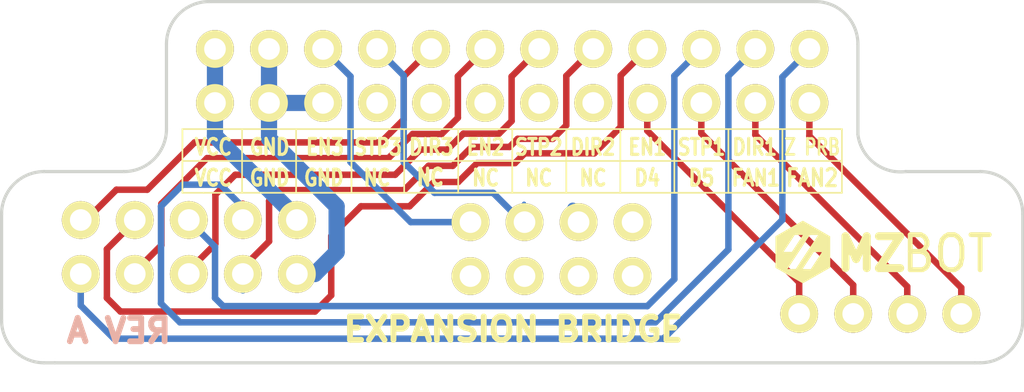
<source format=kicad_pcb>
(kicad_pcb (version 4) (host pcbnew 4.0.2-stable)

  (general
    (links 19)
    (no_connects 0)
    (area 129.924999 112.924999 178.075001 130.075001)
    (thickness 1.6)
    (drawings 68)
    (tracks 186)
    (zones 0)
    (modules 5)
    (nets 28)
  )

  (page A4)
  (layers
    (0 F.Cu signal)
    (31 B.Cu signal)
    (32 B.Adhes user)
    (33 F.Adhes user)
    (34 B.Paste user)
    (35 F.Paste user)
    (36 B.SilkS user)
    (37 F.SilkS user)
    (38 B.Mask user)
    (39 F.Mask user)
    (40 Dwgs.User user)
    (41 Cmts.User user)
    (42 Eco1.User user)
    (43 Eco2.User user)
    (44 Edge.Cuts user)
    (45 Margin user)
    (46 B.CrtYd user hide)
    (47 F.CrtYd user hide)
    (48 B.Fab user hide)
    (49 F.Fab user hide)
  )

  (setup
    (last_trace_width 0.3048)
    (trace_clearance 0.0508)
    (zone_clearance 0.762)
    (zone_45_only no)
    (trace_min 0.2)
    (segment_width 0.08)
    (edge_width 0.15)
    (via_size 0.6)
    (via_drill 0.4)
    (via_min_size 0.4)
    (via_min_drill 0.3)
    (uvia_size 0.3)
    (uvia_drill 0.1)
    (uvias_allowed no)
    (uvia_min_size 0.2)
    (uvia_min_drill 0.1)
    (pcb_text_width 0.3)
    (pcb_text_size 1.5 1.5)
    (mod_edge_width 0.15)
    (mod_text_size 1 1)
    (mod_text_width 0.15)
    (pad_size 5.7 5.7)
    (pad_drill 3.2)
    (pad_to_mask_clearance 0.2)
    (aux_axis_origin 130 130)
    (visible_elements 7FFEFE7F)
    (pcbplotparams
      (layerselection 0x010f0_80000001)
      (usegerberextensions false)
      (excludeedgelayer true)
      (linewidth 0.100000)
      (plotframeref false)
      (viasonmask false)
      (mode 1)
      (useauxorigin false)
      (hpglpennumber 1)
      (hpglpenspeed 20)
      (hpglpendiameter 15)
      (hpglpenoverlay 2)
      (psnegative false)
      (psa4output false)
      (plotreference true)
      (plotvalue false)
      (plotinvisibletext false)
      (padsonsilk false)
      (subtractmaskfromsilk false)
      (outputformat 1)
      (mirror false)
      (drillshape 0)
      (scaleselection 1)
      (outputdirectory ""))
  )

  (net 0 "")
  (net 1 GND)
  (net 2 VCC)
  (net 3 D5)
  (net 4 D4)
  (net 5 "FAN2(D6)")
  (net 6 "FAN1(D11)")
  (net 7 "STEP_3(A3/D57)")
  (net 8 "EN_3(A4/D58)")
  (net 9 "DIR_1(A5/D59)")
  (net 10 "DIR_2(A9/D63)")
  (net 11 "STEP_1(A10/D64)")
  (net 12 "STEP_2(D48)")
  (net 13 "EN_1(D44)")
  (net 14 "EN_2(D42)")
  (net 15 "DIR_3(A12/D66)")
  (net 16 "Z_PROBE(A11/D65)")
  (net 17 "Net-(J2-Pad6)")
  (net 18 "Net-(J2-Pad8)")
  (net 19 "Net-(J4-Pad13)")
  (net 20 "Net-(J4-Pad15)")
  (net 21 "Net-(J4-Pad9)")
  (net 22 "Net-(J4-Pad11)")
  (net 23 "Net-(J4-Pad7)")
  (net 24 "Net-(J2-Pad2)")
  (net 25 "Net-(J2-Pad1)")
  (net 26 "Net-(J2-Pad4)")
  (net 27 "Net-(J2-Pad3)")

  (net_class Default "This is the default net class."
    (clearance 0.0508)
    (trace_width 0.3048)
    (via_dia 0.6)
    (via_drill 0.4)
    (uvia_dia 0.3)
    (uvia_drill 0.1)
    (add_net D4)
    (add_net D5)
    (add_net "DIR_1(A5/D59)")
    (add_net "DIR_2(A9/D63)")
    (add_net "DIR_3(A12/D66)")
    (add_net "EN_1(D44)")
    (add_net "EN_2(D42)")
    (add_net "EN_3(A4/D58)")
    (add_net "FAN1(D11)")
    (add_net "FAN2(D6)")
    (add_net "Net-(J2-Pad1)")
    (add_net "Net-(J2-Pad2)")
    (add_net "Net-(J2-Pad3)")
    (add_net "Net-(J2-Pad4)")
    (add_net "Net-(J2-Pad6)")
    (add_net "Net-(J2-Pad8)")
    (add_net "Net-(J4-Pad11)")
    (add_net "Net-(J4-Pad13)")
    (add_net "Net-(J4-Pad15)")
    (add_net "Net-(J4-Pad7)")
    (add_net "Net-(J4-Pad9)")
    (add_net "STEP_1(A10/D64)")
    (add_net "STEP_2(D48)")
    (add_net "STEP_3(A3/D57)")
    (add_net "Z_PROBE(A11/D65)")
  )

  (net_class FAN ""
    (clearance 0.127)
    (trace_width 0.381)
    (via_dia 0.6)
    (via_drill 0.4)
    (uvia_dia 0.3)
    (uvia_drill 0.1)
  )

  (net_class Motor ""
    (clearance 0.2)
    (trace_width 1.27)
    (via_dia 0.6)
    (via_drill 0.4)
    (uvia_dia 0.3)
    (uvia_drill 0.1)
  )

  (net_class Power ""
    (clearance 0.2032)
    (trace_width 0.762)
    (via_dia 0.6)
    (via_drill 0.4)
    (uvia_dia 0.3)
    (uvia_drill 0.1)
    (add_net GND)
    (add_net VCC)
  )

  (module MZBOT:LOGO_small (layer F.Cu) (tedit 0) (tstamp 5A393A88)
    (at 167.66058 124.78538)
    (fp_text reference G*** (at 0 0) (layer F.SilkS) hide
      (effects (font (thickness 0.3)))
    )
    (fp_text value LOGO (at 0.75 0) (layer F.SilkS) hide
      (effects (font (thickness 0.3)))
    )
    (fp_poly (pts (xy 0.011887 -1.460649) (xy 0.042034 -1.444428) (xy 0.088721 -1.418582) (xy 0.150224 -1.384087)
      (xy 0.224822 -1.341915) (xy 0.310795 -1.293042) (xy 0.40642 -1.238441) (xy 0.509975 -1.179085)
      (xy 0.619739 -1.11595) (xy 0.646885 -1.100303) (xy 1.281545 -0.734332) (xy 1.281545 0.734553)
      (xy 0.646875 1.100413) (xy 0.535799 1.164303) (xy 0.430448 1.224628) (xy 0.332553 1.280414)
      (xy 0.243843 1.33069) (xy 0.166049 1.374481) (xy 0.100901 1.410815) (xy 0.050128 1.438719)
      (xy 0.015461 1.457219) (xy -0.001369 1.465344) (xy -0.002557 1.465642) (xy -0.014894 1.459896)
      (xy -0.045468 1.443536) (xy -0.092546 1.417542) (xy -0.154394 1.382894) (xy -0.229281 1.340572)
      (xy -0.315474 1.291557) (xy -0.411239 1.236827) (xy -0.514845 1.177364) (xy -0.624558 1.114147)
      (xy -0.649432 1.099781) (xy -1.153142 0.80874) (xy -0.730385 0.80874) (xy -0.530295 0.805574)
      (xy -0.330204 0.802409) (xy -0.327552 0.798381) (xy -0.009622 0.798381) (xy -0.00001 0.801594)
      (xy 0.029036 0.804364) (xy 0.073862 0.806506) (xy 0.130813 0.807833) (xy 0.182387 0.808182)
      (xy 0.378243 0.808182) (xy 0.639394 0.411829) (xy 0.695684 0.326215) (xy 0.747809 0.246584)
      (xy 0.794437 0.174996) (xy 0.834237 0.113513) (xy 0.865875 0.064197) (xy 0.88802 0.02911)
      (xy 0.899338 0.010314) (xy 0.900545 0.007738) (xy 0.88963 0.005187) (xy 0.859401 0.003005)
      (xy 0.813635 0.00134) (xy 0.756109 0.000341) (xy 0.707159 0.000118) (xy 0.513772 0.000236)
      (xy 0.254 0.394408) (xy 0.197719 0.479901) (xy 0.145446 0.559487) (xy 0.09854 0.631082)
      (xy 0.058363 0.692602) (xy 0.026273 0.741963) (xy 0.003629 0.777082) (xy -0.008207 0.795875)
      (xy -0.009622 0.798381) (xy -0.327552 0.798381) (xy 0.198125 0) (xy 0.726455 -0.802409)
      (xy 0.534224 -0.805585) (xy 0.457219 -0.80636) (xy 0.400652 -0.805678) (xy 0.361907 -0.803393)
      (xy 0.338368 -0.799357) (xy 0.327955 -0.794039) (xy 0.319545 -0.782286) (xy 0.299449 -0.752714)
      (xy 0.268655 -0.70681) (xy 0.228148 -0.646061) (xy 0.178913 -0.571952) (xy 0.121936 -0.485969)
      (xy 0.058202 -0.389599) (xy -0.011303 -0.284327) (xy -0.085593 -0.171641) (xy -0.163683 -0.053026)
      (xy -0.190966 -0.011546) (xy -0.270273 0.109055) (xy -0.34618 0.224486) (xy -0.417692 0.333233)
      (xy -0.483812 0.433782) (xy -0.543545 0.524617) (xy -0.595895 0.604225) (xy -0.639866 0.671092)
      (xy -0.674463 0.723702) (xy -0.698689 0.760542) (xy -0.711549 0.780097) (xy -0.713118 0.782483)
      (xy -0.730385 0.80874) (xy -1.153142 0.80874) (xy -1.281546 0.734549) (xy -1.281546 0)
      (xy -0.911086 0) (xy -0.712429 -0.000119) (xy -0.513773 -0.000237) (xy -0.254 -0.394409)
      (xy -0.197719 -0.479902) (xy -0.145446 -0.559488) (xy -0.098541 -0.631082) (xy -0.058363 -0.692602)
      (xy -0.026273 -0.741964) (xy -0.00363 -0.777083) (xy 0.008206 -0.795876) (xy 0.009621 -0.798381)
      (xy 0.00001 -0.801595) (xy -0.029035 -0.804366) (xy -0.073859 -0.806508) (xy -0.130805 -0.807834)
      (xy -0.182303 -0.808182) (xy -0.378076 -0.808182) (xy -0.911086 0) (xy -1.281546 0)
      (xy -1.281546 -0.734332) (xy -0.646886 -1.100303) (xy -0.535885 -1.164202) (xy -0.430679 -1.224556)
      (xy -0.332989 -1.28039) (xy -0.244536 -1.330731) (xy -0.167043 -1.374604) (xy -0.102232 -1.411035)
      (xy -0.051823 -1.439051) (xy -0.017538 -1.457678) (xy -0.0011 -1.46594) (xy 0 -1.466273)
      (xy 0.011887 -1.460649)) (layer F.SilkS) (width 0.01))
  )

  (module VORON_V2.0:PIN_SOCKET_BOTTOM_2X5 locked (layer F.Cu) (tedit 5A393794) (tstamp 5A11B9FC)
    (at 138.8 124.55 180)
    (path /59B1EFC0)
    (fp_text reference J3 (at -5.043 -3.418 180) (layer F.SilkS) hide
      (effects (font (size 1 1) (thickness 0.15)))
    )
    (fp_text value CONN_02X05 (at 1.27 -3.81 180) (layer F.Fab)
      (effects (font (size 1 1) (thickness 0.15)))
    )
    (pad 1 thru_hole circle (at -5.08 1.27 180) (size 1.778 1.778) (drill 1.016) (layers *.Cu *.Mask F.SilkS)
      (net 2 VCC))
    (pad 2 thru_hole circle (at -5.08 -1.27 180) (size 1.778 1.778) (drill 1.016) (layers *.Cu *.Mask F.SilkS)
      (net 1 GND))
    (pad 3 thru_hole circle (at -2.54 1.27 180) (size 1.778 1.778) (drill 1.016) (layers *.Cu *.Mask F.SilkS)
      (net 9 "DIR_1(A5/D59)"))
    (pad 4 thru_hole circle (at -2.54 -1.27 180) (size 1.778 1.778) (drill 1.016) (layers *.Cu *.Mask F.SilkS)
      (net 10 "DIR_2(A9/D63)"))
    (pad 5 thru_hole circle (at 0 1.27 180) (size 1.778 1.778) (drill 1.016) (layers *.Cu *.Mask F.SilkS)
      (net 11 "STEP_1(A10/D64)"))
    (pad 6 thru_hole circle (at 0 -1.27 180) (size 1.778 1.778) (drill 1.016) (layers *.Cu *.Mask F.SilkS)
      (net 12 "STEP_2(D48)"))
    (pad 7 thru_hole circle (at 2.54 1.27 180) (size 1.778 1.778) (drill 1.016) (layers *.Cu *.Mask F.SilkS)
      (net 13 "EN_1(D44)"))
    (pad 8 thru_hole circle (at 2.54 -1.27 180) (size 1.778 1.778) (drill 1.016) (layers *.Cu *.Mask F.SilkS)
      (net 14 "EN_2(D42)"))
    (pad 9 thru_hole circle (at 5.08 1.27 180) (size 1.778 1.778) (drill 1.016) (layers *.Cu *.Mask F.SilkS)
      (net 15 "DIR_3(A12/D66)"))
    (pad 10 thru_hole circle (at 5.08 -1.27 180) (size 1.778 1.778) (drill 1.016) (layers *.Cu *.Mask F.SilkS)
      (net 16 "Z_PROBE(A11/D65)"))
    (model ../../../../../../Users/cr185092/Documents/KiCAD_Projects/VORON_Expander_Bridge/VORON_V2.0.pretty/3D_Models/PIN_SOCKET_BOTTON_2X5.wrl
      (at (xyz 0 0 0))
      (scale (xyz 1 1 1))
      (rotate (xyz 0 0 0))
    )
  )

  (module VORON_V2.0:PIN_SOCKET_BOTTON_2X4 locked (layer F.Cu) (tedit 5A393858) (tstamp 5A11C9AF)
    (at 155.85 124.65 180)
    (path /59B1EDFA)
    (fp_text reference J2 (at -3.868 -3.064 180) (layer F.SilkS) hide
      (effects (font (size 1 1) (thickness 0.15)))
    )
    (fp_text value CONN_02X04 (at 0 -3.81 180) (layer F.Fab)
      (effects (font (size 1 1) (thickness 0.15)))
    )
    (pad 2 thru_hole circle (at -3.81 -1.27 180) (size 1.778 1.778) (drill 1.016) (layers *.Cu *.Mask F.SilkS)
      (net 24 "Net-(J2-Pad2)"))
    (pad 1 thru_hole circle (at -3.81 1.27 180) (size 1.778 1.778) (drill 1.016) (layers *.Cu *.Mask F.SilkS)
      (net 25 "Net-(J2-Pad1)"))
    (pad 4 thru_hole circle (at -1.27 -1.27 180) (size 1.778 1.778) (drill 1.016) (layers *.Cu *.Mask F.SilkS)
      (net 26 "Net-(J2-Pad4)"))
    (pad 3 thru_hole circle (at -1.27 1.27 180) (size 1.778 1.778) (drill 1.016) (layers *.Cu *.Mask F.SilkS)
      (net 27 "Net-(J2-Pad3)"))
    (pad 5 thru_hole circle (at 1.27 1.27 180) (size 1.778 1.778) (drill 1.016) (layers *.Cu *.Mask F.SilkS)
      (net 7 "STEP_3(A3/D57)"))
    (pad 6 thru_hole circle (at 1.27 -1.27 180) (size 1.778 1.778) (drill 1.016) (layers *.Cu *.Mask F.SilkS)
      (net 17 "Net-(J2-Pad6)"))
    (pad 7 thru_hole circle (at 3.81 1.27 180) (size 1.778 1.778) (drill 1.016) (layers *.Cu *.Mask F.SilkS)
      (net 8 "EN_3(A4/D58)"))
    (pad 8 thru_hole circle (at 3.81 -1.27 180) (size 1.778 1.778) (drill 1.016) (layers *.Cu *.Mask F.SilkS)
      (net 18 "Net-(J2-Pad8)"))
    (model ../../../../../../Users/cr185092/Documents/KiCAD_Projects/VORON_Expander_Bridge/VORON_V2.0.pretty/3D_Models/PIN_SOCKET_BOTTON_2X4.wrl
      (at (xyz 0 0 0))
      (scale (xyz 1 1 1))
      (rotate (xyz 0 0 0))
    )
  )

  (module VORON_V2.0:PIN_SOCKET_BOTTOM_1X4 locked (layer F.Cu) (tedit 5A39387F) (tstamp 5A11D0E2)
    (at 171.3 127.7)
    (path /59B33222)
    (fp_text reference J1 (at -0.05 -1.95) (layer F.SilkS) hide
      (effects (font (size 1 1) (thickness 0.15)))
    )
    (fp_text value " " (at 0 -2.54) (layer F.Fab)
      (effects (font (size 1 1) (thickness 0.15)))
    )
    (pad 2 thru_hole circle (at -1.27 0) (size 1.778 1.778) (drill 1.016) (layers *.Cu *.Mask F.SilkS)
      (net 3 D5))
    (pad 1 thru_hole circle (at -3.81 0) (size 1.778 1.778) (drill 1.016) (layers *.Cu *.Mask F.SilkS)
      (net 4 D4))
    (pad 3 thru_hole circle (at 1.27 0) (size 1.778 1.778) (drill 1.016) (layers *.Cu *.Mask F.SilkS)
      (net 5 "FAN2(D6)"))
    (pad 4 thru_hole circle (at 3.81 0) (size 1.778 1.778) (drill 1.016) (layers *.Cu *.Mask F.SilkS)
      (net 6 "FAN1(D11)"))
    (model ../../../../../../Users/cr185092/Documents/KiCAD_Projects/VORON_Expander_Bridge/VORON_V2.0.pretty/3D_Models/PIN_SOCKET_BOTTON_1X4.wrl
      (at (xyz 0 0 0))
      (scale (xyz 1 1 1))
      (rotate (xyz 0 0 0))
    )
  )

  (module VORON_V2.0:PIN_SOCKET_BOTTON_2X12 (layer F.Cu) (tedit 5A3938BB) (tstamp 5A11DB7C)
    (at 154 116.5)
    (path /5A11DE4E)
    (fp_text reference J4 (at 0.003 2.959) (layer F.SilkS) hide
      (effects (font (size 1 1) (thickness 0.15)))
    )
    (fp_text value CONN_02X12 (at 1.27 -3.81) (layer F.Fab)
      (effects (font (size 1 1) (thickness 0.15)))
    )
    (pad 1 thru_hole circle (at -13.97 1.27) (size 1.778 1.778) (drill 1.016) (layers *.Cu *.Mask F.SilkS)
      (net 2 VCC))
    (pad 2 thru_hole circle (at -13.97 -1.27) (size 1.778 1.778) (drill 1.016) (layers *.Cu *.Mask F.SilkS)
      (net 2 VCC))
    (pad 3 thru_hole circle (at -11.43 1.27) (size 1.778 1.778) (drill 1.016) (layers *.Cu *.Mask F.SilkS)
      (net 1 GND))
    (pad 4 thru_hole circle (at -11.43 -1.27) (size 1.778 1.778) (drill 1.016) (layers *.Cu *.Mask F.SilkS)
      (net 1 GND))
    (pad 5 thru_hole circle (at -8.89 1.27) (size 1.778 1.778) (drill 1.016) (layers *.Cu *.Mask F.SilkS)
      (net 1 GND))
    (pad 6 thru_hole circle (at -8.89 -1.27) (size 1.778 1.778) (drill 1.016) (layers *.Cu *.Mask F.SilkS)
      (net 8 "EN_3(A4/D58)"))
    (pad 7 thru_hole circle (at -6.35 1.27) (size 1.778 1.778) (drill 1.016) (layers *.Cu *.Mask F.SilkS)
      (net 23 "Net-(J4-Pad7)"))
    (pad 8 thru_hole circle (at -6.35 -1.27) (size 1.778 1.778) (drill 1.016) (layers *.Cu *.Mask F.SilkS)
      (net 7 "STEP_3(A3/D57)"))
    (pad 9 thru_hole circle (at -3.81 1.27) (size 1.778 1.778) (drill 1.016) (layers *.Cu *.Mask F.SilkS)
      (net 21 "Net-(J4-Pad9)"))
    (pad 10 thru_hole circle (at -3.81 -1.27) (size 1.778 1.778) (drill 1.016) (layers *.Cu *.Mask F.SilkS)
      (net 15 "DIR_3(A12/D66)"))
    (pad 11 thru_hole circle (at -1.27 1.27) (size 1.778 1.778) (drill 1.016) (layers *.Cu *.Mask F.SilkS)
      (net 22 "Net-(J4-Pad11)"))
    (pad 12 thru_hole circle (at -1.27 -1.27) (size 1.778 1.778) (drill 1.016) (layers *.Cu *.Mask F.SilkS)
      (net 14 "EN_2(D42)"))
    (pad 13 thru_hole circle (at 1.27 1.27) (size 1.778 1.778) (drill 1.016) (layers *.Cu *.Mask F.SilkS)
      (net 19 "Net-(J4-Pad13)"))
    (pad 14 thru_hole circle (at 1.27 -1.27) (size 1.778 1.778) (drill 1.016) (layers *.Cu *.Mask F.SilkS)
      (net 12 "STEP_2(D48)"))
    (pad 15 thru_hole circle (at 3.81 1.27) (size 1.778 1.778) (drill 1.016) (layers *.Cu *.Mask F.SilkS)
      (net 20 "Net-(J4-Pad15)"))
    (pad 16 thru_hole circle (at 3.81 -1.27) (size 1.778 1.778) (drill 1.016) (layers *.Cu *.Mask F.SilkS)
      (net 10 "DIR_2(A9/D63)"))
    (pad 17 thru_hole circle (at 6.35 1.27) (size 1.778 1.778) (drill 1.016) (layers *.Cu *.Mask F.SilkS)
      (net 4 D4))
    (pad 18 thru_hole circle (at 6.35 -1.27) (size 1.778 1.778) (drill 1.016) (layers *.Cu *.Mask F.SilkS)
      (net 13 "EN_1(D44)"))
    (pad 19 thru_hole circle (at 8.89 1.27) (size 1.778 1.778) (drill 1.016) (layers *.Cu *.Mask F.SilkS)
      (net 3 D5))
    (pad 20 thru_hole circle (at 8.89 -1.27) (size 1.778 1.778) (drill 1.016) (layers *.Cu *.Mask F.SilkS)
      (net 11 "STEP_1(A10/D64)"))
    (pad 21 thru_hole circle (at 11.43 1.27) (size 1.778 1.778) (drill 1.016) (layers *.Cu *.Mask F.SilkS)
      (net 5 "FAN2(D6)"))
    (pad 22 thru_hole circle (at 11.43 -1.27) (size 1.778 1.778) (drill 1.016) (layers *.Cu *.Mask F.SilkS)
      (net 9 "DIR_1(A5/D59)"))
    (pad 23 thru_hole circle (at 13.97 1.27) (size 1.778 1.778) (drill 1.016) (layers *.Cu *.Mask F.SilkS)
      (net 6 "FAN1(D11)"))
    (pad 24 thru_hole circle (at 13.97 -1.27) (size 1.778 1.778) (drill 1.016) (layers *.Cu *.Mask F.SilkS)
      (net 16 "Z_PROBE(A11/D65)"))
    (model ../../../../../../Users/cr185092/Documents/KiCAD_Projects/VORON_Expander_Bridge/VORON_V2.0.pretty/3D_Models/PIN_SOCKET_BOTTOM_2X12.wrl
      (at (xyz 0 0 0))
      (scale (xyz 1 1 1))
      (rotate (xyz 0 0 0))
    )
  )

  (gr_text "EXPANSION BRIDGE" (at 154.05 128.425) (layer F.SilkS)
    (effects (font (size 1.1 1.1) (thickness 0.275)))
  )
  (gr_text NC (at 150.15 121.3) (layer F.SilkS)
    (effects (font (size 0.75 0.6) (thickness 0.15)))
  )
  (gr_text NC (at 157.8 121.3) (layer F.SilkS)
    (effects (font (size 0.75 0.6) (thickness 0.15)))
  )
  (gr_text NC (at 155.25 121.3) (layer F.SilkS)
    (effects (font (size 0.75 0.6) (thickness 0.15)))
  )
  (gr_text NC (at 152.75 121.3) (layer F.SilkS)
    (effects (font (size 0.75 0.6) (thickness 0.15)))
  )
  (gr_text NC (at 150.15 121.25) (layer F.SilkS)
    (effects (font (size 0.75 0.6) (thickness 0.15)))
  )
  (gr_text NC (at 147.65 121.3) (layer F.SilkS)
    (effects (font (size 0.75 0.6) (thickness 0.15)))
  )
  (gr_text FAN2 (at 168.1 121.3) (layer F.SilkS)
    (effects (font (size 0.8 0.65) (thickness 0.15)))
  )
  (gr_text FAN1 (at 165.45 121.3) (layer F.SilkS)
    (effects (font (size 0.75 0.6) (thickness 0.15)))
  )
  (gr_text D5 (at 162.9 121.3) (layer F.SilkS)
    (effects (font (size 0.75 0.6) (thickness 0.15)))
  )
  (gr_text "D4\n" (at 160.35 121.3) (layer F.SilkS)
    (effects (font (size 0.75 0.6) (thickness 0.15)))
  )
  (gr_text "Z PRB" (at 168.1 119.85) (layer F.SilkS)
    (effects (font (size 0.75 0.55) (thickness 0.125)))
  )
  (gr_text DIR1 (at 165.4 119.85) (layer F.SilkS)
    (effects (font (size 0.75 0.6) (thickness 0.15)))
  )
  (gr_text "STP1\n" (at 162.9 119.85) (layer F.SilkS)
    (effects (font (size 0.75 0.6) (thickness 0.15)))
  )
  (gr_text EN1 (at 160.35 119.85) (layer F.SilkS)
    (effects (font (size 0.75 0.6) (thickness 0.15)))
  )
  (gr_text DIR2 (at 157.8 119.85) (layer F.SilkS)
    (effects (font (size 0.75 0.6) (thickness 0.15)))
  )
  (gr_text "STP2\n" (at 155.25 119.85) (layer F.SilkS)
    (effects (font (size 0.75 0.6) (thickness 0.15)))
  )
  (gr_text "EN2\n" (at 152.75 119.85) (layer F.SilkS)
    (effects (font (size 0.75 0.6) (thickness 0.15)))
  )
  (gr_text DIR3 (at 150.2 119.85) (layer F.SilkS)
    (effects (font (size 0.75 0.6) (thickness 0.15)))
  )
  (gr_text "STP3\n" (at 147.7 119.85) (layer F.SilkS)
    (effects (font (size 0.75 0.6) (thickness 0.15)))
  )
  (gr_text EN3 (at 145.2 119.85) (layer F.SilkS)
    (effects (font (size 0.75 0.6) (thickness 0.15)))
  )
  (gr_text GND (at 145.15 121.3) (layer F.SilkS)
    (effects (font (size 0.75 0.6) (thickness 0.15)))
  )
  (gr_text GND (at 142.6 121.3) (layer F.SilkS)
    (effects (font (size 0.75 0.6) (thickness 0.15)))
  )
  (gr_text GND (at 142.6 119.85) (layer F.SilkS)
    (effects (font (size 0.75 0.6) (thickness 0.15)))
  )
  (gr_text VCC (at 139.95 121.3) (layer F.SilkS)
    (effects (font (size 0.75 0.6) (thickness 0.15)))
  )
  (gr_text VCC (at 139.95 119.85) (layer F.SilkS)
    (effects (font (size 0.75 0.6) (thickness 0.15)))
  )
  (gr_line (start 138.5 120.5) (end 169.5 120.5) (angle 90) (layer F.SilkS) (width 0.08))
  (gr_line (start 166.703 121.999) (end 166.6395 121.999) (angle 90) (layer F.SilkS) (width 0.08))
  (gr_line (start 166.703 119.0145) (end 166.703 121.999) (angle 90) (layer F.SilkS) (width 0.08))
  (gr_line (start 164.163 119.0145) (end 164.163 121.999) (angle 90) (layer F.SilkS) (width 0.08))
  (gr_line (start 161.623 121.999) (end 161.6865 121.999) (angle 90) (layer F.SilkS) (width 0.08))
  (gr_line (start 161.623 119.0145) (end 161.623 121.999) (angle 90) (layer F.SilkS) (width 0.08))
  (gr_line (start 159.083 119.0145) (end 159.083 121.999) (angle 90) (layer F.SilkS) (width 0.08))
  (gr_line (start 156.543 119.0145) (end 156.543 121.999) (angle 90) (layer F.SilkS) (width 0.08))
  (gr_line (start 154.003 119.0145) (end 154.003 121.999) (angle 90) (layer F.SilkS) (width 0.08))
  (gr_line (start 151.463 121.999) (end 151.3995 121.999) (angle 90) (layer F.SilkS) (width 0.08))
  (gr_line (start 151.463 119.0145) (end 151.463 121.999) (angle 90) (layer F.SilkS) (width 0.08))
  (gr_line (start 148.923 119.0145) (end 148.923 121.999) (angle 90) (layer F.SilkS) (width 0.08))
  (gr_line (start 146.4465 119.0145) (end 146.4465 121.999) (angle 90) (layer F.SilkS) (width 0.08))
  (gr_line (start 143.843 119.0145) (end 143.843 121.999) (angle 90) (layer F.SilkS) (width 0.08))
  (gr_line (start 141.303 119.0145) (end 141.303 121.999) (angle 90) (layer F.SilkS) (width 0.08))
  (gr_line (start 138.5 122) (end 139.5 122) (angle 90) (layer F.SilkS) (width 0.08))
  (gr_line (start 138.5 119) (end 138.5 122) (angle 90) (layer F.SilkS) (width 0.08))
  (gr_line (start 169.5 119) (end 138.5 119) (angle 90) (layer F.SilkS) (width 0.08))
  (gr_line (start 169.5 122) (end 169.5 119) (angle 90) (layer F.SilkS) (width 0.08))
  (gr_line (start 139.5 122) (end 169.5 122) (angle 90) (layer F.SilkS) (width 0.08))
  (gr_text "REV A\n\n" (at 135.51434 129.3777) (layer B.SilkS)
    (effects (font (size 1.1 1.1) (thickness 0.275)) (justify mirror))
  )
  (gr_text BOT (at 174.46016 124.8692) (layer F.SilkS)
    (effects (font (size 1.651 1.5) (thickness 0.2286)))
  )
  (gr_text MZ (at 170.8813 124.8692) (layer F.SilkS)
    (effects (font (size 1.5 1.5) (thickness 0.375)))
  )
  (gr_line (start 178 123) (end 178 128) (angle 90) (layer Edge.Cuts) (width 0.15))
  (gr_line (start 172.5 121) (end 176 121) (angle 90) (layer Edge.Cuts) (width 0.15))
  (gr_line (start 170.25 115) (end 170.25 119.25) (angle 90) (layer Edge.Cuts) (width 0.15))
  (gr_line (start 139.75 113) (end 168.25 113) (angle 90) (layer Edge.Cuts) (width 0.15))
  (gr_line (start 137.75 119) (end 137.75 115) (angle 90) (layer Edge.Cuts) (width 0.15))
  (gr_line (start 132 121) (end 135.75 121) (angle 90) (layer Edge.Cuts) (width 0.15))
  (gr_line (start 130 127.5) (end 130 123) (angle 90) (layer Edge.Cuts) (width 0.15))
  (gr_arc (start 176 123) (end 176 121) (angle 90) (layer Edge.Cuts) (width 0.15))
  (gr_arc (start 172.25 119) (end 172.5 121) (angle 90) (layer Edge.Cuts) (width 0.15))
  (gr_arc (start 168.25 115) (end 168.25 113) (angle 90) (layer Edge.Cuts) (width 0.15))
  (gr_arc (start 139.75 115) (end 137.75 115) (angle 90) (layer Edge.Cuts) (width 0.15))
  (gr_arc (start 132 123) (end 130 123) (angle 90) (layer Edge.Cuts) (width 0.15))
  (gr_arc (start 135.75 119) (end 137.75 119) (angle 90) (layer Edge.Cuts) (width 0.15))
  (gr_line (start 175.75 130) (end 176 130) (angle 90) (layer Edge.Cuts) (width 0.15))
  (gr_line (start 132 130) (end 132.5 130) (angle 90) (layer Edge.Cuts) (width 0.15))
  (gr_line (start 130 127.5) (end 130 128) (angle 90) (layer Edge.Cuts) (width 0.15))
  (gr_line (start 132.5 130) (end 175.75 130) (angle 90) (layer Edge.Cuts) (width 0.15))
  (gr_arc (start 176 128) (end 178 128) (angle 90) (layer Edge.Cuts) (width 0.15))
  (gr_arc (start 132 128) (end 132 130) (angle 90) (layer Edge.Cuts) (width 0.15))

  (segment (start 145.11 117.77) (end 142.57 117.77) (width 0.762) (layer B.Cu) (net 1))
  (segment (start 142.57 117.77) (end 142.57 115.23) (width 0.762) (layer B.Cu) (net 1))
  (segment (start 143.88 125.82) (end 144.721 125.82) (width 0.762) (layer B.Cu) (net 1))
  (segment (start 144.721 125.82) (end 145.748 124.793) (width 0.762) (layer B.Cu) (net 1) (tstamp 5A3932EC))
  (segment (start 145.748 124.793) (end 145.748 122.634) (width 0.762) (layer B.Cu) (net 1) (tstamp 5A3932ED))
  (segment (start 145.748 122.634) (end 142.57 119.456) (width 0.762) (layer B.Cu) (net 1) (tstamp 5A3932EE))
  (segment (start 142.57 119.456) (end 142.57 117.77) (width 0.762) (layer B.Cu) (net 1) (tstamp 5A3932EF))
  (segment (start 142.573 117.773) (end 142.57 117.77) (width 0.254) (layer B.Cu) (net 1) (tstamp 5A3851BD))
  (segment (start 140.03 117.77) (end 140.03 115.23) (width 0.762) (layer B.Cu) (net 2))
  (segment (start 143.88 123.28) (end 143.88 123.179) (width 0.762) (layer B.Cu) (net 2))
  (segment (start 143.88 123.179) (end 140.03 119.329) (width 0.762) (layer B.Cu) (net 2) (tstamp 5A3932E3))
  (segment (start 140.03 119.329) (end 140.03 117.77) (width 0.762) (layer B.Cu) (net 2) (tstamp 5A3932E7))
  (segment (start 143.88 123.28) (end 143.727 123.28) (width 0.508) (layer B.Cu) (net 2))
  (segment (start 143.88 123.28) (end 143.854 123.28) (width 0.254) (layer B.Cu) (net 2))
  (segment (start 143.88 123.28) (end 143.88 122.798) (width 0.254) (layer B.Cu) (net 2))
  (segment (start 170.03 127.7) (end 170.03 126.342) (width 0.3048) (layer F.Cu) (net 3))
  (segment (start 162.89 119.202) (end 162.89 117.77) (width 0.3048) (layer F.Cu) (net 3) (tstamp 5A39312C))
  (segment (start 170.03 126.342) (end 162.89 119.202) (width 0.3048) (layer F.Cu) (net 3) (tstamp 5A39312A))
  (segment (start 162.89 117.77) (end 162.89 117.94) (width 0.3048) (layer F.Cu) (net 3))
  (segment (start 170.053 127.635) (end 170.053 127.147) (width 0.508) (layer F.Cu) (net 3))
  (segment (start 167.49 127.7) (end 167.49 126.215) (width 0.3048) (layer F.Cu) (net 4))
  (segment (start 160.35 119.075) (end 160.35 117.77) (width 0.3048) (layer F.Cu) (net 4) (tstamp 5A393134))
  (segment (start 167.49 126.215) (end 160.35 119.075) (width 0.3048) (layer F.Cu) (net 4) (tstamp 5A393132))
  (segment (start 160.35 117.77) (end 160.35 118.5) (width 0.3048) (layer F.Cu) (net 4))
  (segment (start 165.43 117.77) (end 165.43 119.273) (width 0.3048) (layer F.Cu) (net 5))
  (segment (start 172.57 126.413) (end 172.57 127.7) (width 0.3048) (layer F.Cu) (net 5) (tstamp 5A38219A))
  (segment (start 165.43 119.273) (end 172.57 126.413) (width 0.3048) (layer F.Cu) (net 5) (tstamp 5A382199))
  (segment (start 167.97 117.77) (end 167.97 119.328) (width 0.3048) (layer F.Cu) (net 6))
  (segment (start 175.11 126.468) (end 175.11 127.7) (width 0.3048) (layer F.Cu) (net 6) (tstamp 5A38219F))
  (segment (start 167.97 119.328) (end 175.11 126.468) (width 0.3048) (layer F.Cu) (net 6) (tstamp 5A38219E))
  (segment (start 154.58 123.38) (end 154.48 123.38) (width 0.3048) (layer B.Cu) (net 7))
  (segment (start 154.48 123.38) (end 153.1 122) (width 0.3048) (layer B.Cu) (net 7) (tstamp 5A381F14))
  (segment (start 153.1 122) (end 150.35 122) (width 0.3048) (layer B.Cu) (net 7) (tstamp 5A381F16))
  (segment (start 150.35 122) (end 148.9 120.55) (width 0.3048) (layer B.Cu) (net 7) (tstamp 5A381F18))
  (segment (start 148.9 120.55) (end 148.9 116.48) (width 0.3048) (layer B.Cu) (net 7) (tstamp 5A381F1A))
  (segment (start 148.9 116.48) (end 147.65 115.23) (width 0.3048) (layer B.Cu) (net 7) (tstamp 5A381F1C))
  (segment (start 154.559 123.317) (end 154.559 122.8654) (width 0.2032) (layer B.Cu) (net 7))
  (segment (start 154.559 123.317) (end 154.559 122.5098) (width 0.2032) (layer B.Cu) (net 7))
  (segment (start 152.04 123.38) (end 149.23 123.38) (width 0.3048) (layer B.Cu) (net 8))
  (segment (start 146.4 116.52) (end 145.11 115.23) (width 0.3048) (layer B.Cu) (net 8) (tstamp 5A381F0B))
  (segment (start 146.4 120.55) (end 146.4 116.52) (width 0.3048) (layer B.Cu) (net 8) (tstamp 5A381F04))
  (segment (start 149.23 123.38) (end 146.4 120.55) (width 0.3048) (layer B.Cu) (net 8) (tstamp 5A381F02))
  (segment (start 152.019 123.317) (end 152.019 122.8146) (width 0.2032) (layer B.Cu) (net 8))
  (segment (start 145.11 115.23) (end 145.11 115.49) (width 0.3048) (layer F.Cu) (net 8))
  (segment (start 141.34 123.28) (end 141.34 122.671) (width 0.3048) (layer B.Cu) (net 9))
  (segment (start 141.34 122.671) (end 140.287 121.618) (width 0.3048) (layer B.Cu) (net 9) (tstamp 5A39333D))
  (segment (start 164.163 116.497) (end 165.43 115.23) (width 0.3048) (layer B.Cu) (net 9) (tstamp 5A393348))
  (segment (start 164.163 124.666) (end 164.163 116.497) (width 0.3048) (layer B.Cu) (net 9) (tstamp 5A393346))
  (segment (start 160.734 128.095) (end 164.163 124.666) (width 0.3048) (layer B.Cu) (net 9) (tstamp 5A393344))
  (segment (start 138.382 128.095) (end 160.734 128.095) (width 0.3048) (layer B.Cu) (net 9) (tstamp 5A393343))
  (segment (start 137.493 127.206) (end 138.382 128.095) (width 0.3048) (layer B.Cu) (net 9) (tstamp 5A393341))
  (segment (start 137.493 122.634) (end 137.493 127.206) (width 0.3048) (layer B.Cu) (net 9) (tstamp 5A393340))
  (segment (start 138.509 121.618) (end 137.493 122.634) (width 0.3048) (layer B.Cu) (net 9) (tstamp 5A39333F))
  (segment (start 140.287 121.618) (end 138.509 121.618) (width 0.3048) (layer B.Cu) (net 9) (tstamp 5A39333E))
  (segment (start 165.43 115.23) (end 165.43 115.27) (width 0.3048) (layer B.Cu) (net 9))
  (segment (start 141.34 123.28) (end 141.34 124.01) (width 0.3048) (layer F.Cu) (net 9))
  (segment (start 141.34 123.28) (end 141.34 122.51) (width 0.3048) (layer F.Cu) (net 9))
  (segment (start 141.34 123.28) (end 141.92 123.28) (width 0.3048) (layer F.Cu) (net 9))
  (segment (start 165.43 115.23) (end 165.37 115.23) (width 0.3048) (layer F.Cu) (net 9))
  (segment (start 165.43 115.23) (end 165.43 115.37) (width 0.3048) (layer F.Cu) (net 9))
  (segment (start 155.908 119.459) (end 154.257 119.459) (width 0.3048) (layer F.Cu) (net 10))
  (segment (start 150.066 120.729) (end 148.923 121.872) (width 0.3048) (layer F.Cu) (net 10) (tstamp 5A385276))
  (segment (start 151.209 120.729) (end 150.066 120.729) (width 0.3048) (layer F.Cu) (net 10) (tstamp 5A385275))
  (segment (start 152.098 119.84) (end 151.209 120.729) (width 0.3048) (layer F.Cu) (net 10) (tstamp 5A385274))
  (segment (start 153.876 119.84) (end 152.098 119.84) (width 0.3048) (layer F.Cu) (net 10) (tstamp 5A385273))
  (segment (start 154.257 119.459) (end 153.876 119.84) (width 0.3048) (layer F.Cu) (net 10) (tstamp 5A385272))
  (segment (start 141.34 125.82) (end 141.34 125.518) (width 0.3048) (layer F.Cu) (net 10))
  (segment (start 141.34 125.518) (end 142.573 124.285) (width 0.3048) (layer F.Cu) (net 10) (tstamp 5A3824C0))
  (segment (start 142.573 124.285) (end 142.573 122.38) (width 0.3048) (layer F.Cu) (net 10) (tstamp 5A3824C2))
  (segment (start 142.573 122.38) (end 143.081 121.872) (width 0.3048) (layer F.Cu) (net 10) (tstamp 5A3824C4))
  (segment (start 143.081 121.872) (end 148.923 121.872) (width 0.3048) (layer F.Cu) (net 10) (tstamp 5A3824C5))
  (segment (start 156.543 116.497) (end 157.81 115.23) (width 0.3048) (layer F.Cu) (net 10) (tstamp 5A3824CC))
  (segment (start 156.543 118.824) (end 156.543 116.497) (width 0.3048) (layer F.Cu) (net 10) (tstamp 5A3824CA))
  (segment (start 155.908 119.459) (end 156.543 118.824) (width 0.3048) (layer F.Cu) (net 10) (tstamp 5A385270))
  (segment (start 141.34 125.82) (end 141.34 126.59) (width 0.3048) (layer B.Cu) (net 10))
  (segment (start 141.34 125.82) (end 141.34 125.76) (width 0.3048) (layer B.Cu) (net 10))
  (segment (start 141.34 125.82) (end 141.78 125.82) (width 0.3048) (layer F.Cu) (net 10))
  (segment (start 141.351 125.857) (end 141.351 125.849) (width 0.3048) (layer F.Cu) (net 10))
  (segment (start 157.81 115.23) (end 157.81 115.69) (width 0.3048) (layer F.Cu) (net 10))
  (segment (start 138.8 123.28) (end 138.8 123.306) (width 0.3048) (layer B.Cu) (net 11))
  (segment (start 138.8 123.306) (end 140.033 124.539) (width 0.3048) (layer B.Cu) (net 11) (tstamp 5A393310))
  (segment (start 161.623 116.497) (end 162.89 115.23) (width 0.3048) (layer B.Cu) (net 11) (tstamp 5A39331B))
  (segment (start 161.623 126.063) (end 161.623 116.497) (width 0.3048) (layer B.Cu) (net 11) (tstamp 5A39331A))
  (segment (start 160.353 127.333) (end 161.623 126.063) (width 0.3048) (layer B.Cu) (net 11) (tstamp 5A393318))
  (segment (start 140.414 127.333) (end 160.353 127.333) (width 0.3048) (layer B.Cu) (net 11) (tstamp 5A393316))
  (segment (start 140.033 126.952) (end 140.414 127.333) (width 0.3048) (layer B.Cu) (net 11) (tstamp 5A393315))
  (segment (start 140.033 124.539) (end 140.033 126.952) (width 0.3048) (layer B.Cu) (net 11) (tstamp 5A393312))
  (segment (start 138.8 123.28) (end 139.155 123.28) (width 0.3048) (layer B.Cu) (net 11))
  (segment (start 138.8 123.28) (end 138.57 123.28) (width 0.3048) (layer B.Cu) (net 11))
  (segment (start 138.8 123.28) (end 138.8 123.7) (width 0.3048) (layer F.Cu) (net 11))
  (segment (start 138.8 123.28) (end 138.8 122.9) (width 0.3048) (layer F.Cu) (net 11))
  (segment (start 138.811 123.317) (end 138.9182 123.317) (width 0.2032) (layer F.Cu) (net 11))
  (segment (start 138.811 123.317) (end 138.811 122.589) (width 0.3048) (layer B.Cu) (net 11))
  (segment (start 162.89 115.23) (end 162.89 115.26) (width 0.3048) (layer F.Cu) (net 11))
  (segment (start 162.89 115.23) (end 162.87 115.23) (width 0.3048) (layer F.Cu) (net 11))
  (segment (start 153.3795 119.2165) (end 151.7055 119.2165) (width 0.3048) (layer F.Cu) (net 12))
  (segment (start 149.685 119.967) (end 148.502 121.15) (width 0.3048) (layer F.Cu) (net 12) (tstamp 5A38526A))
  (segment (start 150.955 119.967) (end 149.685 119.967) (width 0.3048) (layer F.Cu) (net 12) (tstamp 5A385269))
  (segment (start 151.7055 119.2165) (end 150.955 119.967) (width 0.3048) (layer F.Cu) (net 12) (tstamp 5A385268))
  (segment (start 138.8 125.82) (end 138.8 125.65) (width 0.3048) (layer F.Cu) (net 12))
  (segment (start 138.8 125.65) (end 140.05 124.4) (width 0.3048) (layer F.Cu) (net 12) (tstamp 5A382287))
  (segment (start 140.05 124.4) (end 140.05 122.081) (width 0.3048) (layer F.Cu) (net 12) (tstamp 5A382288))
  (segment (start 140.05 122.081) (end 140.981 121.15) (width 0.3048) (layer F.Cu) (net 12) (tstamp 5A38228A))
  (segment (start 140.981 121.15) (end 148.502 121.15) (width 0.3048) (layer F.Cu) (net 12) (tstamp 5A38228B))
  (segment (start 153.973 116.527) (end 155.27 115.23) (width 0.3048) (layer F.Cu) (net 12) (tstamp 5A382290))
  (segment (start 153.973 118.623) (end 153.973 116.527) (width 0.3048) (layer F.Cu) (net 12) (tstamp 5A38228E))
  (segment (start 153.3795 119.2165) (end 153.973 118.623) (width 0.3048) (layer F.Cu) (net 12) (tstamp 5A385266))
  (segment (start 138.8 125.82) (end 139.43 125.82) (width 0.3048) (layer F.Cu) (net 12))
  (segment (start 138.8 125.82) (end 138.98 125.82) (width 0.3048) (layer B.Cu) (net 12))
  (segment (start 138.811 125.857) (end 138.8166 125.857) (width 0.2032) (layer B.Cu) (net 12))
  (segment (start 138.3 125.857) (end 138.3 125.85) (width 0.2032) (layer B.Cu) (net 12))
  (segment (start 138.811 125.857) (end 138.843 125.857) (width 0.3048) (layer F.Cu) (net 12))
  (segment (start 155.27 115.23) (end 155.27 115.53) (width 0.3048) (layer F.Cu) (net 12))
  (segment (start 157.8595 120.1405) (end 154.5915 120.1405) (width 0.3048) (layer F.Cu) (net 13))
  (segment (start 144.732 127.587) (end 135.587 127.587) (width 0.3048) (layer F.Cu) (net 13) (tstamp 5A38528F))
  (segment (start 145.494 126.825) (end 144.732 127.587) (width 0.3048) (layer F.Cu) (net 13) (tstamp 5A38528E))
  (segment (start 145.494 124.031) (end 145.494 126.825) (width 0.3048) (layer F.Cu) (net 13) (tstamp 5A38528D))
  (segment (start 146.891 122.634) (end 145.494 124.031) (width 0.3048) (layer F.Cu) (net 13) (tstamp 5A38528C))
  (segment (start 149.177 122.634) (end 146.891 122.634) (width 0.3048) (layer F.Cu) (net 13) (tstamp 5A38528A))
  (segment (start 150.32 121.491) (end 149.177 122.634) (width 0.3048) (layer F.Cu) (net 13) (tstamp 5A385288))
  (segment (start 151.463 121.491) (end 150.32 121.491) (width 0.3048) (layer F.Cu) (net 13) (tstamp 5A385287))
  (segment (start 152.352 120.602) (end 151.463 121.491) (width 0.3048) (layer F.Cu) (net 13) (tstamp 5A385286))
  (segment (start 154.13 120.602) (end 152.352 120.602) (width 0.3048) (layer F.Cu) (net 13) (tstamp 5A385285))
  (segment (start 154.5915 120.1405) (end 154.13 120.602) (width 0.3048) (layer F.Cu) (net 13) (tstamp 5A385284))
  (segment (start 136.26 123.28) (end 136.26 123.34) (width 0.3048) (layer F.Cu) (net 13))
  (segment (start 136.26 123.34) (end 134.95 124.65) (width 0.3048) (layer F.Cu) (net 13) (tstamp 5A3822DA))
  (segment (start 134.95 124.65) (end 134.95 126.95) (width 0.3048) (layer F.Cu) (net 13) (tstamp 5A3822DB))
  (segment (start 134.95 126.95) (end 135.587 127.587) (width 0.3048) (layer F.Cu) (net 13) (tstamp 5A3822DD))
  (segment (start 159.1 116.48) (end 160.35 115.23) (width 0.3048) (layer F.Cu) (net 13) (tstamp 5A3822E9))
  (segment (start 159.1 118.9) (end 159.1 116.48) (width 0.3048) (layer F.Cu) (net 13) (tstamp 5A3822E7))
  (segment (start 157.8595 120.1405) (end 159.1 118.9) (width 0.3048) (layer F.Cu) (net 13) (tstamp 5A385282))
  (segment (start 136.26 123.28) (end 136.12 123.28) (width 0.3048) (layer F.Cu) (net 13))
  (segment (start 136.26 123.28) (end 136.26 123.59) (width 0.3048) (layer F.Cu) (net 13))
  (segment (start 136.26 123.28) (end 136.87 123.28) (width 0.3048) (layer F.Cu) (net 13))
  (segment (start 136.26 123.28) (end 136.92 123.28) (width 0.3048) (layer F.Cu) (net 13))
  (segment (start 136.26 123.28) (end 136.72 123.28) (width 0.3048) (layer F.Cu) (net 13))
  (segment (start 160.35 115.23) (end 160.35 115.25) (width 0.3048) (layer F.Cu) (net 13))
  (segment (start 136.26 125.82) (end 136.26 125.71612) (width 0.3048) (layer F.Cu) (net 14))
  (segment (start 136.26 125.71612) (end 137.51078 124.46534) (width 0.3048) (layer F.Cu) (net 14) (tstamp 5A492A1F))
  (segment (start 151.44776 116.51224) (end 152.73 115.23) (width 0.3048) (layer F.Cu) (net 14) (tstamp 5A492A31))
  (segment (start 151.44776 118.4684) (end 151.44776 116.51224) (width 0.3048) (layer F.Cu) (net 14) (tstamp 5A492A2B))
  (segment (start 150.68576 119.2304) (end 151.44776 118.4684) (width 0.3048) (layer F.Cu) (net 14) (tstamp 5A492A2A))
  (segment (start 149.32178 119.2304) (end 150.68576 119.2304) (width 0.3048) (layer F.Cu) (net 14) (tstamp 5A492A29))
  (segment (start 148.1864 120.36578) (end 149.32178 119.2304) (width 0.3048) (layer F.Cu) (net 14) (tstamp 5A492A28))
  (segment (start 139.65962 120.36578) (end 148.1864 120.36578) (width 0.3048) (layer F.Cu) (net 14) (tstamp 5A492A26))
  (segment (start 137.51078 122.51462) (end 139.65962 120.36578) (width 0.3048) (layer F.Cu) (net 14) (tstamp 5A492A23))
  (segment (start 137.51078 124.46534) (end 137.51078 122.51462) (width 0.3048) (layer F.Cu) (net 14) (tstamp 5A492A21))
  (segment (start 136.26 125.82) (end 136.26 125.44) (width 0.3048) (layer F.Cu) (net 14))
  (segment (start 136.26 125.82) (end 136.26 125.19) (width 0.3048) (layer F.Cu) (net 14))
  (segment (start 136.26 125.82) (end 136.58 125.82) (width 0.3048) (layer F.Cu) (net 14))
  (segment (start 136.271 125.857) (end 136.3782 125.857) (width 0.2032) (layer B.Cu) (net 14))
  (segment (start 136.271 125.857) (end 136.556 125.857) (width 0.2032) (layer B.Cu) (net 14))
  (segment (start 135.76 125.857) (end 135.943 125.857) (width 0.2032) (layer B.Cu) (net 14))
  (segment (start 136.271 125.857) (end 136.271 125.829) (width 0.3048) (layer F.Cu) (net 14))
  (segment (start 136.271 125.857) (end 136.7338 125.857) (width 0.2032) (layer F.Cu) (net 14))
  (segment (start 136.271 125.857) (end 136.3274 125.857) (width 0.2032) (layer F.Cu) (net 14))
  (segment (start 152.73 115.23) (end 152.42 115.23) (width 0.3048) (layer B.Cu) (net 14))
  (segment (start 152.73 115.23) (end 152.73 115.47) (width 0.3048) (layer F.Cu) (net 14))
  (segment (start 133.72 123.28) (end 133.97 123.28) (width 0.3048) (layer F.Cu) (net 15))
  (segment (start 133.97 123.28) (end 135.396 121.854) (width 0.3048) (layer F.Cu) (net 15) (tstamp 5A38225F))
  (segment (start 148.9 116.52) (end 150.19 115.23) (width 0.3048) (layer F.Cu) (net 15) (tstamp 5A382269))
  (segment (start 148.9 118.55) (end 148.9 116.52) (width 0.3048) (layer F.Cu) (net 15) (tstamp 5A382268))
  (segment (start 147.823 119.627) (end 148.9 118.55) (width 0.3048) (layer F.Cu) (net 15) (tstamp 5A382267))
  (segment (start 139.073 119.627) (end 147.823 119.627) (width 0.3048) (layer F.Cu) (net 15) (tstamp 5A382265))
  (segment (start 136.846 121.854) (end 139.073 119.627) (width 0.3048) (layer F.Cu) (net 15) (tstamp 5A382263))
  (segment (start 135.396 121.854) (end 136.846 121.854) (width 0.3048) (layer F.Cu) (net 15) (tstamp 5A382261))
  (segment (start 133.72 123.28) (end 133.72 123.08) (width 0.3048) (layer F.Cu) (net 15))
  (segment (start 133.72 123.28) (end 133.87 123.28) (width 0.3048) (layer F.Cu) (net 15))
  (segment (start 167.97 115.23) (end 167.97 115.28) (width 0.3048) (layer B.Cu) (net 16))
  (segment (start 167.97 115.28) (end 166.7 116.55) (width 0.3048) (layer B.Cu) (net 16) (tstamp 5A3821CC))
  (segment (start 133.72 127.304) (end 133.72 125.82) (width 0.3048) (layer B.Cu) (net 16) (tstamp 5A3821D9))
  (segment (start 135.281 128.865) (end 133.72 127.304) (width 0.3048) (layer B.Cu) (net 16) (tstamp 5A3821D7))
  (segment (start 161.107 128.865) (end 135.281 128.865) (width 0.3048) (layer B.Cu) (net 16) (tstamp 5A3821D4))
  (segment (start 166.7 123.272) (end 161.107 128.865) (width 0.3048) (layer B.Cu) (net 16) (tstamp 5A3821D2))
  (segment (start 166.7 116.55) (end 166.7 123.272) (width 0.3048) (layer B.Cu) (net 16) (tstamp 5A3821CE))
  (segment (start 133.72 125.82) (end 133.78 125.82) (width 0.3048) (layer F.Cu) (net 16))
  (segment (start 167.97 115.23) (end 167.97 115.53) (width 0.3048) (layer F.Cu) (net 16))
  (segment (start 154.58 125.92) (end 154.57 125.92) (width 0.3048) (layer F.Cu) (net 17))
  (segment (start 154.58 125.92) (end 154.58 125.77) (width 0.3048) (layer F.Cu) (net 17))
  (segment (start 154.559 125.857) (end 154.559 125.8118) (width 0.2032) (layer B.Cu) (net 17))
  (segment (start 154.559 125.857) (end 154.559 125.6086) (width 0.3048) (layer F.Cu) (net 17))
  (segment (start 154.559 125.857) (end 154.559 125.691) (width 0.2032) (layer F.Cu) (net 17))
  (segment (start 152.04 125.92) (end 151.82 125.92) (width 0.3048) (layer F.Cu) (net 18))
  (segment (start 152.04 125.92) (end 152.04 125.81) (width 0.3048) (layer F.Cu) (net 18))
  (segment (start 156.845 125.857) (end 156.8506 125.857) (width 0.2032) (layer B.Cu) (net 26))
  (segment (start 156.845 123.317) (end 156.845 122.713) (width 0.508) (layer B.Cu) (net 27))

)

</source>
